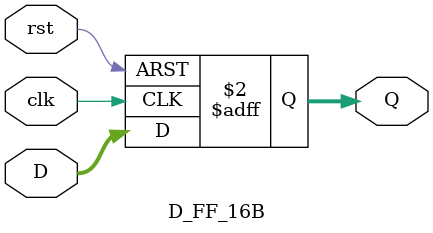
<source format=sv>
module D_FF_16B
(
	input logic clk,
	input logic rst,
	input logic [15:0]D,
	output logic [15:0]Q
);

always_ff @(posedge clk or posedge rst)
begin 
	if (rst)
	Q<= 16'b0;
	else 
	Q<= D;
end 
endmodule
</source>
